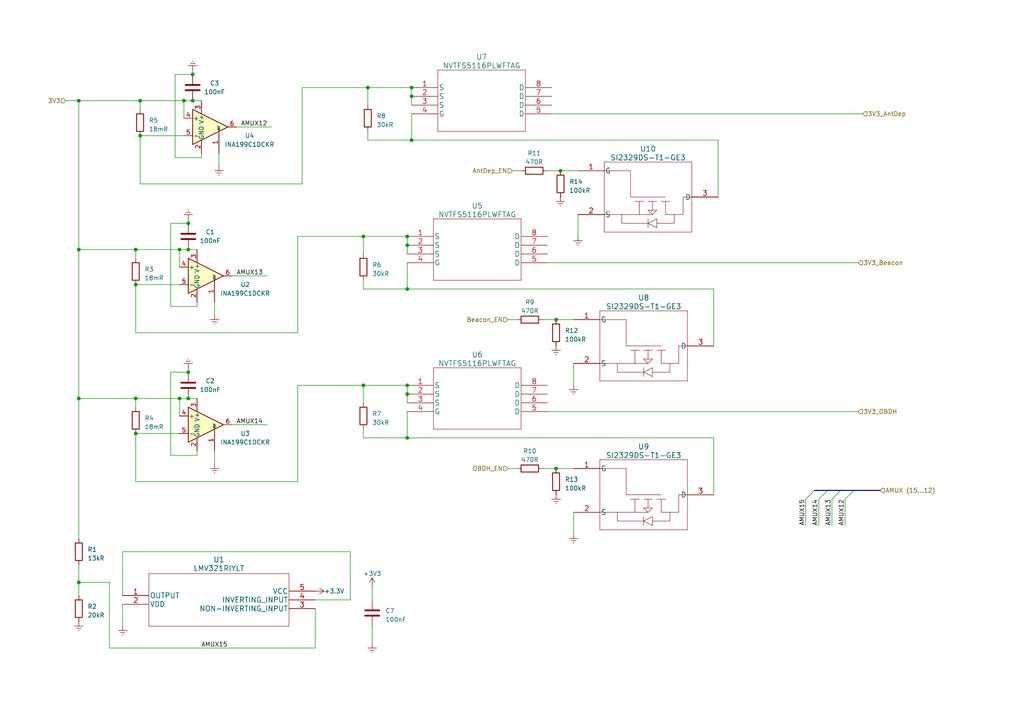
<source format=kicad_sch>
(kicad_sch (version 20230121) (generator eeschema)
  (paper "A4")
  (lib_symbols
    (symbol "Amplifier_Current:INA199xxDCK" (pin_names (offset 0.127))
      (property "Reference" "U" (at 3.81 3.81 0))
      (property "Value" "INA199xxDCK" (at 3.81 -2.54 0))
      (symbol "INA199xxDCK_0_1"
        (polyline (pts (xy 5.08 0) (xy -5.08 5.08) (xy -5.08 -5.08) (xy 5.08 0)) (stroke (width 0.254)) (fill (type background)))
      )
      (symbol "INA199xxDCK_1_1"
        (pin input line (at 2.54 -7.62 90) (length 6.35) (name "REF") (number "1"))
        (pin power_in line (at -2.54 -7.62 90) (length 3.81) (name "GND") (number "2"))
        (pin power_in line (at -2.54 7.62 270) (length 3.81) (name "V+") (number "3"))
        (pin input line (at -7.62 2.54 0) (length 2.54) (name "+") (number "4"))
        (pin input line (at -7.62 -2.54 0) (length 2.54) (name "-") (number "5"))
        (pin output line (at 7.62 0 180) (length 2.54) (name "~") (number "6"))
      )
    )
    (symbol "Device:C" (pin_numbers hide) (pin_names (offset 0.254))
      (property "Reference" "C" (at 0.635 2.54 0))
      (property "Value" "C" (at 0.635 -2.54 0))
      (symbol "C_0_1"
        (polyline (pts (xy -2.032 -0.762) (xy 2.032 -0.762)) (stroke (width 0.508)))
        (polyline (pts (xy -2.032 0.762) (xy 2.032 0.762)) (stroke (width 0.508)))
      )
      (symbol "C_1_1"
        (pin passive line (at 0 3.81 270) (length 2.794) (name "~") (number "1"))
        (pin passive line (at 0 -3.81 90) (length 2.794) (name "~") (number "2"))
      )
    )
    (symbol "Device:R" (pin_numbers hide) (pin_names (offset 0))
      (property "Reference" "R" (at 2.032 0 90))
      (property "Value" "R" (at 0 0 90))
      (symbol "R_0_1"
        (rectangle (start -1.016 -2.54) (end 1.016 2.54) (stroke (width 0.254)))
      )
      (symbol "R_1_1"
        (pin passive line (at 0 3.81 270) (length 1.27) (name "~") (number "1"))
        (pin passive line (at 0 -3.81 90) (length 1.27) (name "~") (number "2"))
      )
    )
    (symbol "LMV321RIYLT:LMV321RIYLT" (pin_names (offset 0.254))
      (property "Reference" "U1" (at 48.26 9.144 0))
      (property "Value" "LMV321RIYLT" (at 48.26 6.604 0))
      (symbol "LMV321RIYLT_1_1"
        (polyline (pts (xy 27.94 -10.16) (xy 68.58 -10.16)) (stroke (width 0.127)))
        (polyline (pts (xy 27.94 5.08) (xy 27.94 -10.16)) (stroke (width 0.127)))
        (polyline (pts (xy 68.58 -10.16) (xy 68.58 5.08)) (stroke (width 0.127)))
        (polyline (pts (xy 68.58 5.08) (xy 27.94 5.08)) (stroke (width 0.127)))
        (pin output line (at 20.32 -1.27 0) (length 7.62) (name "OUTPUT") (number "1"))
        (pin power_in line (at 20.32 -3.81 0) (length 7.62) (name "VDD") (number "2"))
        (pin input line (at 76.2 -5.08 180) (length 7.62) (name "NON-INVERTING_INPUT") (number "3"))
        (pin input line (at 76.2 -2.54 180) (length 7.62) (name "INVERTING_INPUT") (number "4"))
        (pin power_in line (at 76.2 0 180) (length 7.62) (name "VCC") (number "5"))
      )
    )
    (symbol "NVTFS5116PLWFTAG:NVTFS5116PLWFTAG" (pin_names (offset 0.254))
      (property "Reference" "U" (at 20.32 10.16 0))
      (property "Value" "NVTFS5116PLWFTAG" (at 20.32 7.62 0))
      (symbol "NVTFS5116PLWFTAG_1_1"
        (polyline (pts (xy 7.62 -12.7) (xy 33.02 -12.7)) (stroke (width 0.127)))
        (polyline (pts (xy 7.62 5.08) (xy 7.62 -12.7)) (stroke (width 0.127)))
        (polyline (pts (xy 33.02 -12.7) (xy 33.02 5.08)) (stroke (width 0.127)))
        (polyline (pts (xy 33.02 5.08) (xy 7.62 5.08)) (stroke (width 0.127)))
        (pin input line (at 0 0 0) (length 7.62) (name "S") (number "1"))
        (pin input line (at 0 -2.54 0) (length 7.62) (name "S") (number "2"))
        (pin input line (at 0 -5.08 0) (length 7.62) (name "S") (number "3"))
        (pin unspecified line (at 0 -7.62 0) (length 7.62) (name "G") (number "4"))
        (pin output line (at 40.64 -7.62 180) (length 7.62) (name "D") (number "5"))
        (pin output line (at 40.64 -5.08 180) (length 7.62) (name "D") (number "6"))
        (pin output line (at 40.64 -2.54 180) (length 7.62) (name "D") (number "7"))
        (pin output line (at 40.64 0 180) (length 7.62) (name "D") (number "8"))
      )
    )
    (symbol "SI2329DS-T1-GE3:SI2329DS-T1-GE3" (pin_names (offset 0.254))
      (property "Reference" "U" (at 20.32 7.62 0))
      (property "Value" "SI2329DS-T1-GE3" (at 20.32 5.08 0))
      (symbol "SI2329DS-T1-GE3_1_1"
        (polyline (pts (xy 7.62 -17.78) (xy 33.02 -17.78)) (stroke (width 0.127)))
        (polyline (pts (xy 7.62 0) (xy 15.24 0)) (stroke (width 0.127)))
        (polyline (pts (xy 7.62 2.54) (xy 7.62 -17.78)) (stroke (width 0.127)))
        (polyline (pts (xy 12.7 -15.24) (xy 20.32 -15.24)) (stroke (width 0.127)))
        (polyline (pts (xy 12.7 -12.7) (xy 12.7 -15.24)) (stroke (width 0.127)))
        (polyline (pts (xy 15.24 -7.62) (xy 25.4 -7.62)) (stroke (width 0.127)))
        (polyline (pts (xy 15.24 0) (xy 15.24 -7.62)) (stroke (width 0.127)))
        (polyline (pts (xy 17.78 -11.43) (xy 17.78 -12.7)) (stroke (width 0.127)))
        (polyline (pts (xy 17.78 -8.89) (xy 17.78 -11.43)) (stroke (width 0.127)))
        (polyline (pts (xy 19.05 -8.89) (xy 16.51 -8.89)) (stroke (width 0.127)))
        (polyline (pts (xy 20.32 -16.51) (xy 20.32 -13.97)) (stroke (width 0.127)))
        (polyline (pts (xy 20.32 -15.24) (xy 22.86 -13.97)) (stroke (width 0.127)))
        (polyline (pts (xy 20.32 -11.43) (xy 21.59 -12.7)) (stroke (width 0.127)))
        (polyline (pts (xy 20.32 -8.89) (xy 22.86 -8.89)) (stroke (width 0.127)))
        (polyline (pts (xy 21.59 -12.7) (xy 7.62 -12.7)) (stroke (width 0.127)))
        (polyline (pts (xy 21.59 -12.7) (xy 22.86 -11.43)) (stroke (width 0.127)))
        (polyline (pts (xy 21.59 -11.43) (xy 20.32 -11.43)) (stroke (width 0.127)))
        (polyline (pts (xy 21.59 -10.16) (xy 21.59 -11.43)) (stroke (width 0.127)))
        (polyline (pts (xy 21.59 -8.89) (xy 21.59 -10.16)) (stroke (width 0.127)))
        (polyline (pts (xy 22.86 -16.51) (xy 20.32 -15.24)) (stroke (width 0.127)))
        (polyline (pts (xy 22.86 -15.24) (xy 27.94 -15.24)) (stroke (width 0.127)))
        (polyline (pts (xy 22.86 -13.97) (xy 22.86 -16.51)) (stroke (width 0.127)))
        (polyline (pts (xy 22.86 -11.43) (xy 21.59 -11.43)) (stroke (width 0.127)))
        (polyline (pts (xy 25.4 -12.7) (xy 25.4 -10.16)) (stroke (width 0.127)))
        (polyline (pts (xy 25.4 -10.16) (xy 25.4 -8.89)) (stroke (width 0.127)))
        (polyline (pts (xy 25.4 -8.89) (xy 24.13 -8.89)) (stroke (width 0.127)))
        (polyline (pts (xy 25.4 -8.89) (xy 26.67 -8.89)) (stroke (width 0.127)))
        (polyline (pts (xy 27.94 -15.24) (xy 27.94 -12.7)) (stroke (width 0.127)))
        (polyline (pts (xy 30.48 -12.7) (xy 25.4 -12.7)) (stroke (width 0.127)))
        (polyline (pts (xy 30.48 -7.62) (xy 30.48 -12.7)) (stroke (width 0.127)))
        (polyline (pts (xy 33.02 -17.78) (xy 33.02 2.54)) (stroke (width 0.127)))
        (polyline (pts (xy 33.02 -7.62) (xy 30.48 -7.62)) (stroke (width 0.127)))
        (polyline (pts (xy 33.02 2.54) (xy 7.62 2.54)) (stroke (width 0.127)))
        (pin unspecified line (at 0 0 0) (length 7.62) (name "G") (number "1"))
        (pin unspecified line (at 0 -12.7 0) (length 7.62) (name "S") (number "2"))
        (pin unspecified line (at 40.64 -7.62 180) (length 7.62) (name "D") (number "3"))
      )
    )
    (symbol "power:+3.3V" (power) (pin_names (offset 0))
      (property "Value" "+3.3V" (at 0 3.556 0))
      (symbol "+3.3V_0_1"
        (polyline (pts (xy -0.762 1.27) (xy 0 2.54)))
        (polyline (pts (xy 0 0) (xy 0 2.54)))
        (polyline (pts (xy 0 2.54) (xy 0.762 1.27)))
      )
      (symbol "+3.3V_1_1"
        (pin power_in line (at 0 0 90) (length 0) hide (name "+3.3V") (number "1"))
      )
    )
    (symbol "power:+3V3" (power) (pin_names (offset 0))
      (property "Value" "+3V3" (at 0 3.556 0))
      (symbol "+3V3_0_1"
        (polyline (pts (xy -0.762 1.27) (xy 0 2.54)))
        (polyline (pts (xy 0 0) (xy 0 2.54)))
        (polyline (pts (xy 0 2.54) (xy 0.762 1.27)))
      )
      (symbol "+3V3_1_1"
        (pin power_in line (at 0 0 90) (length 0) hide (name "+3V3") (number "1"))
      )
    )
    (symbol "power:Earth" (power) (pin_names (offset 0))
      (symbol "Earth_0_1"
        (polyline (pts (xy -0.635 -1.905) (xy 0.635 -1.905)))
        (polyline (pts (xy -0.127 -2.54) (xy 0.127 -2.54)))
        (polyline (pts (xy 0 -1.27) (xy 0 0)))
        (polyline (pts (xy 1.27 -1.27) (xy -1.27 -1.27)))
      )
      (symbol "Earth_1_1"
        (pin power_in line (at 0 0 270) (length 0) hide (name "Earth") (number "1"))
      )
    )
  )
  (junction (at 54.61 72.39))
  (junction (at 39.37 72.39))
  (junction (at 118.11 83.82))
  (junction (at 105.41 68.58))
  (junction (at 40.64 39.37))
  (junction (at 106.68 25.4))
  (junction (at 54.61 107.95))
  (junction (at 22.86 115.57))
  (junction (at 53.34 29.21))
  (junction (at 55.88 21.59))
  (junction (at 118.11 127))
  (junction (at 162.56 49.53))
  (junction (at 52.07 115.57))
  (junction (at 119.38 40.64))
  (junction (at 40.64 29.21))
  (junction (at 39.37 115.57))
  (junction (at 118.11 71.12))
  (junction (at 161.29 92.71))
  (junction (at 52.07 72.39))
  (junction (at 22.86 72.39))
  (junction (at 39.37 125.73))
  (junction (at 118.11 111.76))
  (junction (at 54.61 115.57))
  (junction (at 118.11 114.3))
  (junction (at 22.86 29.21))
  (junction (at 22.86 168.91))
  (junction (at 105.41 111.76))
  (junction (at 161.29 135.89))
  (junction (at 55.88 29.21))
  (junction (at 118.11 68.58))
  (junction (at 119.38 27.94))
  (junction (at 119.38 25.4))
  (junction (at 54.61 64.77))
  (junction (at 39.37 82.55))
  (bus_entry (at 233.68 144.78) (size 2.54 -2.54))
  (bus_entry (at 237.49 144.78) (size 2.54 -2.54))
  (bus_entry (at 241.3 144.78) (size 2.54 -2.54))
  (bus_entry (at 245.11 144.78) (size 2.54 -2.54))
  (wire (pts (xy 157.48 135.89) (xy 161.29 135.89)))
  (wire (pts (xy 39.37 72.39) (xy 52.07 72.39)))
  (wire (pts (xy 167.64 62.23) (xy 167.64 68.58)))
  (wire (pts (xy 22.86 115.57) (xy 39.37 115.57)))
  (wire (pts (xy 57.15 130.81) (xy 57.15 132.08)))
  (wire (pts (xy 86.36 139.7) (xy 86.36 111.76)))
  (wire (pts (xy 50.8 21.59) (xy 50.8 45.72)))
  (wire (pts (xy 62.23 130.81) (xy 62.23 134.62)))
  (wire (pts (xy 208.28 57.15) (xy 208.28 40.64)))
  (wire (pts (xy 22.86 72.39) (xy 39.37 72.39)))
  (wire (pts (xy 57.15 132.08) (xy 49.53 132.08)))
  (wire (pts (xy 50.8 21.59) (xy 55.88 21.59)))
  (wire (pts (xy 106.68 38.1) (xy 106.68 40.64)))
  (wire (pts (xy 105.41 81.28) (xy 105.41 83.82)))
  (wire (pts (xy 40.64 39.37) (xy 53.34 39.37)))
  (wire (pts (xy 119.38 27.94) (xy 119.38 30.48)))
  (wire (pts (xy 87.63 25.4) (xy 106.68 25.4)))
  (wire (pts (xy 57.15 72.39) (xy 54.61 72.39)))
  (wire (pts (xy 162.56 49.53) (xy 167.64 49.53)))
  (wire (pts (xy 31.75 187.96) (xy 31.75 168.91)))
  (wire (pts (xy 58.42 45.72) (xy 50.8 45.72)))
  (wire (pts (xy 68.58 36.83) (xy 78.74 36.83)))
  (wire (pts (xy 63.5 44.45) (xy 63.5 48.26)))
  (wire (pts (xy 54.61 115.57) (xy 52.07 115.57)))
  (wire (pts (xy 54.61 72.39) (xy 52.07 72.39)))
  (wire (pts (xy 101.6 160.02) (xy 35.56 160.02)))
  (wire (pts (xy 91.44 187.96) (xy 91.44 176.53)))
  (wire (pts (xy 208.28 40.64) (xy 119.38 40.64)))
  (wire (pts (xy 118.11 68.58) (xy 118.11 71.12)))
  (wire (pts (xy 40.64 29.21) (xy 53.34 29.21)))
  (wire (pts (xy 87.63 53.34) (xy 87.63 25.4)))
  (wire (pts (xy 101.6 173.99) (xy 101.6 160.02)))
  (wire (pts (xy 91.44 173.99) (xy 101.6 173.99)))
  (wire (pts (xy 118.11 71.12) (xy 118.11 73.66)))
  (wire (pts (xy 151.13 49.53) (xy 148.59 49.53)))
  (wire (pts (xy 158.75 49.53) (xy 162.56 49.53)))
  (bus (pts (xy 243.84 142.24) (xy 247.65 142.24)))
  (wire (pts (xy 158.75 76.2) (xy 248.92 76.2)))
  (wire (pts (xy 52.07 115.57) (xy 52.07 120.65)))
  (wire (pts (xy 237.49 144.78) (xy 237.49 152.4)))
  (wire (pts (xy 207.01 143.51) (xy 207.01 127)))
  (wire (pts (xy 22.86 168.91) (xy 31.75 168.91)))
  (wire (pts (xy 58.42 44.45) (xy 58.42 45.72)))
  (wire (pts (xy 67.31 80.01) (xy 77.47 80.01)))
  (wire (pts (xy 67.31 123.19) (xy 77.47 123.19)))
  (wire (pts (xy 160.02 33.02) (xy 250.19 33.02)))
  (wire (pts (xy 149.86 92.71) (xy 147.32 92.71)))
  (wire (pts (xy 31.75 187.96) (xy 91.44 187.96)))
  (wire (pts (xy 86.36 68.58) (xy 105.41 68.58)))
  (bus (pts (xy 240.03 142.24) (xy 243.84 142.24)))
  (wire (pts (xy 52.07 72.39) (xy 52.07 77.47)))
  (wire (pts (xy 118.11 119.38) (xy 118.11 127)))
  (wire (pts (xy 119.38 33.02) (xy 119.38 40.64)))
  (wire (pts (xy 161.29 135.89) (xy 166.37 135.89)))
  (wire (pts (xy 49.53 107.95) (xy 49.53 132.08)))
  (wire (pts (xy 22.86 72.39) (xy 22.86 115.57)))
  (wire (pts (xy 118.11 111.76) (xy 118.11 114.3)))
  (wire (pts (xy 39.37 125.73) (xy 39.37 139.7)))
  (wire (pts (xy 39.37 118.11) (xy 39.37 115.57)))
  (wire (pts (xy 166.37 148.59) (xy 166.37 154.94)))
  (wire (pts (xy 105.41 68.58) (xy 105.41 73.66)))
  (wire (pts (xy 207.01 100.33) (xy 207.01 83.82)))
  (wire (pts (xy 58.42 29.21) (xy 55.88 29.21)))
  (wire (pts (xy 106.68 25.4) (xy 119.38 25.4)))
  (wire (pts (xy 57.15 87.63) (xy 57.15 88.9)))
  (wire (pts (xy 107.95 181.61) (xy 107.95 186.69)))
  (wire (pts (xy 22.86 163.83) (xy 22.86 168.91)))
  (wire (pts (xy 207.01 127) (xy 118.11 127)))
  (wire (pts (xy 57.15 115.57) (xy 54.61 115.57)))
  (wire (pts (xy 86.36 111.76) (xy 105.41 111.76)))
  (wire (pts (xy 39.37 139.7) (xy 86.36 139.7)))
  (wire (pts (xy 161.29 92.71) (xy 166.37 92.71)))
  (wire (pts (xy 119.38 40.64) (xy 106.68 40.64)))
  (wire (pts (xy 158.75 119.38) (xy 248.92 119.38)))
  (wire (pts (xy 107.95 170.18) (xy 107.95 173.99)))
  (wire (pts (xy 62.23 87.63) (xy 62.23 91.44)))
  (wire (pts (xy 233.68 144.78) (xy 233.68 152.4)))
  (wire (pts (xy 118.11 83.82) (xy 105.41 83.82)))
  (wire (pts (xy 57.15 88.9) (xy 49.53 88.9)))
  (wire (pts (xy 53.34 29.21) (xy 53.34 34.29)))
  (wire (pts (xy 22.86 29.21) (xy 19.05 29.21)))
  (wire (pts (xy 49.53 64.77) (xy 54.61 64.77)))
  (wire (pts (xy 118.11 114.3) (xy 118.11 116.84)))
  (wire (pts (xy 39.37 125.73) (xy 52.07 125.73)))
  (wire (pts (xy 105.41 68.58) (xy 118.11 68.58)))
  (wire (pts (xy 40.64 39.37) (xy 40.64 53.34)))
  (wire (pts (xy 39.37 96.52) (xy 86.36 96.52)))
  (wire (pts (xy 118.11 127) (xy 105.41 127)))
  (wire (pts (xy 119.38 25.4) (xy 119.38 27.94)))
  (wire (pts (xy 106.68 25.4) (xy 106.68 30.48)))
  (wire (pts (xy 22.86 168.91) (xy 22.86 172.72)))
  (wire (pts (xy 35.56 160.02) (xy 35.56 172.72)))
  (wire (pts (xy 55.88 29.21) (xy 53.34 29.21)))
  (wire (pts (xy 35.56 175.26) (xy 35.56 181.61)))
  (wire (pts (xy 40.64 31.75) (xy 40.64 29.21)))
  (wire (pts (xy 49.53 107.95) (xy 54.61 107.95)))
  (bus (pts (xy 247.65 142.24) (xy 255.27 142.24)))
  (wire (pts (xy 149.86 135.89) (xy 147.32 135.89)))
  (wire (pts (xy 39.37 115.57) (xy 52.07 115.57)))
  (wire (pts (xy 105.41 111.76) (xy 118.11 111.76)))
  (wire (pts (xy 22.86 29.21) (xy 40.64 29.21)))
  (wire (pts (xy 86.36 96.52) (xy 86.36 68.58)))
  (wire (pts (xy 22.86 29.21) (xy 22.86 72.39)))
  (wire (pts (xy 207.01 83.82) (xy 118.11 83.82)))
  (wire (pts (xy 55.88 20.32) (xy 55.88 21.59)))
  (wire (pts (xy 166.37 105.41) (xy 166.37 111.76)))
  (wire (pts (xy 105.41 111.76) (xy 105.41 116.84)))
  (wire (pts (xy 105.41 124.46) (xy 105.41 127)))
  (wire (pts (xy 40.64 53.34) (xy 87.63 53.34)))
  (wire (pts (xy 54.61 106.68) (xy 54.61 107.95)))
  (wire (pts (xy 241.3 144.78) (xy 241.3 152.4)))
  (wire (pts (xy 118.11 76.2) (xy 118.11 83.82)))
  (wire (pts (xy 54.61 63.5) (xy 54.61 64.77)))
  (bus (pts (xy 236.22 142.24) (xy 240.03 142.24)))
  (wire (pts (xy 245.11 144.78) (xy 245.11 152.4)))
  (wire (pts (xy 157.48 92.71) (xy 161.29 92.71)))
  (wire (pts (xy 22.86 115.57) (xy 22.86 156.21)))
  (wire (pts (xy 39.37 82.55) (xy 39.37 96.52)))
  (wire (pts (xy 49.53 64.77) (xy 49.53 88.9)))
  (wire (pts (xy 39.37 82.55) (xy 52.07 82.55)))
  (wire (pts (xy 39.37 74.93) (xy 39.37 72.39)))
  (label "AMUX14" (at 237.49 144.78 270))
  (label "AMUX15" (at 233.68 144.78 270))
  (label "AMUX12" (at 69.85 36.83 0))
  (label "AMUX12" (at 245.11 144.78 270))
  (label "AMUX13" (at 241.3 144.78 270))
  (label "AMUX13" (at 68.58 80.01 0))
  (label "AMUX15" (at 66.04 187.96 180))
  (label "AMUX14" (at 68.58 123.19 0))
  (hierarchical_label "3V3_Beacon" (shape input) (at 248.92 76.2 0))
  (hierarchical_label "3V3" (shape input) (at 19.05 29.21 180))
  (hierarchical_label "OBDH_EN" (shape input) (at 147.32 135.89 180))
  (hierarchical_label "3V3_OBDH" (shape input) (at 248.92 119.38 0))
  (hierarchical_label "AntDep_EN" (shape input) (at 148.59 49.53 180))
  (hierarchical_label "Beacon_EN" (shape input) (at 147.32 92.71 180))
  (hierarchical_label "AMUX (15...12)" (shape input) (at 255.27 142.24 0))
  (hierarchical_label "3V3_AntDep" (shape input) (at 250.19 33.02 0))
  (symbol (lib_id "Amplifier_Current:INA199xxDCK") (at 59.69 80.01 0) (unit 1)
    (property "Reference" "U2" (at 71.12 82.55 0))
    (property "Value" "INA199C1DCKR" (at 71.12 85.09 0))
    (property "Footprint" "Package_TO_SOT_SMD:SOT-363_SC-70-6" (effects hide))
    (property "Datasheet" "http://www.ti.com/lit/ds/symlink/ina199.pdf" (effects hide))
    (instances (project "EPS Analógico 2.0" (path "" (reference "U2") (unit 1)) (path "" (reference "U14") (unit 1))) (project "EPS Analogico" (path "" (reference "U1") (unit 1))))
  )
  (symbol (lib_id "Device:R") (at 161.29 139.7 0) (unit 1)
    (property "Reference" "R13" (at 163.83 139.065 0) (effects (justify left)))
    (property "Value" "100kR" (at 163.83 141.605 0) (effects (justify left)))
    (instances (project "EPS Analógico 2.0" (path "" (reference "R13") (unit 1))) (project "EPS Analogico" (path "" (reference "R12") (unit 1))))
  )
  (symbol (lib_id "Device:R") (at 40.64 35.56 180) (unit 1)
    (property "Reference" "R5" (at 43.18 34.925 0) (effects (justify right)))
    (property "Value" "18mR" (at 43.18 37.465 0) (effects (justify right)))
    (instances (project "EPS Analógico 2.0" (path "" (reference "R5") (unit 1))) (project "EPS Analogico" (path "" (reference "R1") (unit 1))))
  )
  (symbol (lib_id "Device:R") (at 22.86 176.53 180) (unit 1)
    (property "Reference" "R2" (at 25.4 175.895 0) (effects (justify right)))
    (property "Value" "20kR" (at 25.4 178.435 0) (effects (justify right)))
    (instances (project "EPS Analógico 2.0" (path "" (reference "R2") (unit 1))) (project "EPS Analogico" (path "" (reference "R14") (unit 1))))
  )
  (symbol (lib_id "power:Earth") (at 167.64 68.58 0) (unit 1)
    (property "Reference" "#PWR015" (effects hide))
    (property "Value" "Earth" (effects hide))
    (instances (project "EPS Analógico 2.0" (path "" (reference "#PWR015") (unit 1))) (project "EPS Analogico" (path "" (reference "#PWR03") (unit 1))))
  )
  (symbol (lib_id "Device:R") (at 161.29 96.52 0) (unit 1)
    (property "Reference" "R12" (at 163.83 95.885 0) (effects (justify left)))
    (property "Value" "100kR" (at 163.83 98.425 0) (effects (justify left)))
    (instances (project "EPS Analógico 2.0" (path "" (reference "R12") (unit 1))) (project "EPS Analogico" (path "" (reference "R8") (unit 1))))
  )
  (symbol (lib_id "Device:C") (at 54.61 68.58 0) (unit 1)
    (property "Reference" "C1" (at 60.96 67.31 0))
    (property "Value" "100nF" (at 60.96 69.85 0))
    (instances (project "EPS Analógico 2.0" (path "" (reference "C1") (unit 1)) (path "" (reference "C6") (unit 1))) (project "EPS Analogico" (path "" (reference "C1") (unit 1))))
  )
  (symbol (lib_id "power:Earth") (at 166.37 111.76 0) (unit 1)
    (property "Reference" "#PWR013" (effects hide))
    (property "Value" "Earth" (effects hide))
    (instances (project "EPS Analógico 2.0" (path "" (reference "#PWR013") (unit 1))) (project "EPS Analogico" (path "" (reference "#PWR08") (unit 1))))
  )
  (symbol (lib_id "NVTFS5116PLWFTAG:NVTFS5116PLWFTAG") (at 119.38 25.4 0) (unit 1)
    (property "Reference" "U7" (at 139.7 16.51 0) (effects (font (size 1.524 1.524))))
    (property "Value" "NVTFS5116PLWFTAG" (at 139.7 19.05 0) (effects (font (size 1.524 1.524))))
    (property "Footprint" "WDFN8_3P30X3P30_ONS" (effects hide))
    (instances (project "EPS Analógico 2.0" (path "" (reference "U7") (unit 1))) (project "EPS Analogico" (path "" (reference "U2") (unit 1))))
  )
  (symbol (lib_id "Device:R") (at 153.67 135.89 90) (unit 1)
    (property "Reference" "R10" (at 153.67 130.81 90))
    (property "Value" "470R" (at 153.67 133.35 90))
    (instances (project "EPS Analógico 2.0" (path "" (reference "R10") (unit 1))) (project "EPS Analogico" (path "" (reference "R11") (unit 1))))
  )
  (symbol (lib_id "power:Earth") (at 107.95 186.69 0) (unit 1)
    (property "Reference" "#PWR032" (effects hide))
    (property "Value" "Earth" (effects hide))
    (instances (project "EPS Analógico 2.0" (path "" (reference "#PWR032") (unit 1))) (project "EPS Analogico" (path "" (reference "#PWR016") (unit 1))))
  )
  (symbol (lib_id "Amplifier_Current:INA199xxDCK") (at 60.96 36.83 0) (unit 1)
    (property "Reference" "U4" (at 72.39 39.37 0))
    (property "Value" "INA199C1DCKR" (at 72.39 41.91 0))
    (property "Footprint" "Package_TO_SOT_SMD:SOT-363_SC-70-6" (effects hide))
    (property "Datasheet" "http://www.ti.com/lit/ds/symlink/ina199.pdf" (effects hide))
    (instances (project "EPS Analógico 2.0" (path "" (reference "U4") (unit 1)) (path "" (reference "U14") (unit 1))) (project "EPS Analogico" (path "" (reference "U1") (unit 1))))
  )
  (symbol (lib_id "power:Earth") (at 22.86 180.34 0) (unit 1)
    (property "Reference" "#PWR01" (effects hide))
    (property "Value" "Earth" (effects hide))
    (instances (project "EPS Analógico 2.0" (path "" (reference "#PWR01") (unit 1))) (project "EPS Analogico" (path "" (reference "#PWR013") (unit 1))))
  )
  (symbol (lib_id "SI2329DS-T1-GE3:SI2329DS-T1-GE3") (at 166.37 92.71 0) (unit 1)
    (property "Reference" "U8" (at 186.69 86.36 0) (effects (font (size 1.524 1.524))))
    (property "Value" "SI2329DS-T1-GE3" (at 186.69 88.9 0) (effects (font (size 1.524 1.524))))
    (property "Footprint" "SOT_DS-T1-GE3_VIS" (effects hide))
    (instances (project "EPS Analógico 2.0" (path "" (reference "U8") (unit 1))) (project "EPS Analogico" (path "" (reference "U6") (unit 1))))
  )
  (symbol (lib_id "Device:R") (at 105.41 120.65 0) (unit 1)
    (property "Reference" "R7" (at 107.95 120.015 0) (effects (justify left)))
    (property "Value" "30kR" (at 107.95 122.555 0) (effects (justify left)))
    (instances (project "EPS Analógico 2.0" (path "" (reference "R7") (unit 1))) (project "EPS Analogico" (path "" (reference "R10") (unit 1))))
  )
  (symbol (lib_id "Device:R") (at 39.37 78.74 180) (unit 1)
    (property "Reference" "R3" (at 41.91 78.105 0) (effects (justify right)))
    (property "Value" "18mR" (at 41.91 80.645 0) (effects (justify right)))
    (instances (project "EPS Analógico 2.0" (path "" (reference "R3") (unit 1))) (project "EPS Analogico" (path "" (reference "R5") (unit 1))))
  )
  (symbol (lib_id "power:Earth") (at 161.29 143.51 0) (unit 1)
    (property "Reference" "#PWR011" (effects hide))
    (property "Value" "Earth" (effects hide))
  )
  (symbol (lib_id "NVTFS5116PLWFTAG:NVTFS5116PLWFTAG") (at 118.11 68.58 0) (unit 1)
    (property "Reference" "U5" (at 138.43 59.69 0) (effects (font (size 1.524 1.524))))
    (property "Value" "NVTFS5116PLWFTAG" (at 138.43 62.23 0) (effects (font (size 1.524 1.524))))
    (property "Footprint" "WDFN8_3P30X3P30_ONS" (effects hide))
  )
  (symbol (lib_id "Device:R") (at 39.37 121.92 180) (unit 1)
    (property "Reference" "R4" (at 41.91 121.285 0) (effects (justify right)))
    (property "Value" "18mR" (at 41.91 123.825 0) (effects (justify right)))
    (instances (project "EPS Analógico 2.0" (path "" (reference "R4") (unit 1))) (project "EPS Analogico" (path "" (reference "R9") (unit 1))))
  )
  (symbol (lib_id "Device:R") (at 105.41 77.47 0) (unit 1)
    (property "Reference" "R6" (at 107.95 76.835 0) (effects (justify left)))
    (property "Value" "30kR" (at 107.95 79.375 0) (effects (justify left)))
  )
  (symbol (lib_id "power:Earth") (at 162.56 57.15 0) (unit 1)
    (property "Reference" "#PWR012" (effects hide))
    (property "Value" "Earth" (effects hide))
    (instances (project "EPS Analógico 2.0" (path "" (reference "#PWR012") (unit 1))) (project "EPS Analogico" (path "" (reference "#PWR04") (unit 1))))
  )
  (symbol (lib_id "Device:R") (at 154.94 49.53 90) (unit 1)
    (property "Reference" "R11" (at 154.94 44.45 90))
    (property "Value" "470R" (at 154.94 46.99 90))
    (instances (project "EPS Analógico 2.0" (path "" (reference "R11") (unit 1))) (project "EPS Analogico" (path "" (reference "R4") (unit 1))))
  )
  (symbol (lib_id "Device:C") (at 54.61 111.76 0) (unit 1)
    (property "Reference" "C2" (at 60.96 110.49 0))
    (property "Value" "100nF" (at 60.96 113.03 0))
    (instances (project "EPS Analógico 2.0" (path "" (reference "C2") (unit 1)) (path "" (reference "C6") (unit 1))) (project "EPS Analogico" (path "" (reference "C1") (unit 1))))
  )
  (symbol (lib_id "power:Earth") (at 166.37 154.94 0) (unit 1)
    (property "Reference" "#PWR014" (effects hide))
    (property "Value" "Earth" (effects hide))
    (instances (project "EPS Analógico 2.0" (path "" (reference "#PWR014") (unit 1))) (project "EPS Analogico" (path "" (reference "#PWR012") (unit 1))))
  )
  (symbol (lib_id "Device:C") (at 55.88 25.4 0) (unit 1)
    (property "Reference" "C3" (at 62.23 24.13 0))
    (property "Value" "100nF" (at 62.23 26.67 0))
    (instances (project "EPS Analógico 2.0" (path "" (reference "C3") (unit 1)) (path "" (reference "C6") (unit 1))) (project "EPS Analogico" (path "" (reference "C1") (unit 1))))
  )
  (symbol (lib_id "power:+3V3") (at 107.95 170.18 0) (unit 1)
    (property "Reference" "#PWR031" (effects hide))
    (property "Value" "+3V3" (at 107.95 166.37 0))
  )
  (symbol (lib_id "power:Earth") (at 54.61 106.68 180) (unit 1)
    (property "Reference" "#PWR04" (effects hide))
    (property "Value" "Earth" (effects hide))
    (instances (project "EPS Analógico 2.0" (path "" (reference "#PWR04") (unit 1)) (path "" (reference "#PWR020") (unit 1))) (project "EPS Analogico" (path "" (reference "#PWR02") (unit 1))))
  )
  (symbol (lib_id "Device:R") (at 162.56 53.34 0) (unit 1)
    (property "Reference" "R14" (at 165.1 52.705 0) (effects (justify left)))
    (property "Value" "100kR" (at 165.1 55.245 0) (effects (justify left)))
    (instances (project "EPS Analógico 2.0" (path "" (reference "R14") (unit 1))) (project "EPS Analogico" (path "" (reference "R3") (unit 1))))
  )
  (symbol (lib_id "Amplifier_Current:INA199xxDCK") (at 59.69 123.19 0) (unit 1)
    (property "Reference" "U3" (at 71.12 125.73 0))
    (property "Value" "INA199C1DCKR" (at 71.12 128.27 0))
    (property "Footprint" "Package_TO_SOT_SMD:SOT-363_SC-70-6" (effects hide))
    (property "Datasheet" "http://www.ti.com/lit/ds/symlink/ina199.pdf" (effects hide))
    (instances (project "EPS Analógico 2.0" (path "" (reference "U3") (unit 1)) (path "" (reference "U14") (unit 1))) (project "EPS Analogico" (path "" (reference "U1") (unit 1))))
  )
  (symbol (lib_id "Device:C") (at 107.95 177.8 0) (unit 1)
    (property "Reference" "C7" (at 111.76 177.165 0) (effects (justify left)))
    (property "Value" "100nF" (at 111.76 179.705 0) (effects (justify left)))
  )
  (symbol (lib_id "SI2329DS-T1-GE3:SI2329DS-T1-GE3") (at 166.37 135.89 0) (unit 1)
    (property "Reference" "U9" (at 186.69 129.54 0) (effects (font (size 1.524 1.524))))
    (property "Value" "SI2329DS-T1-GE3" (at 186.69 132.08 0) (effects (font (size 1.524 1.524))))
    (property "Footprint" "SOT_DS-T1-GE3_VIS" (effects hide))
  )
  (symbol (lib_id "power:Earth") (at 62.23 134.62 0) (unit 1)
    (property "Reference" "#PWR049" (effects hide))
    (property "Value" "Earth" (effects hide))
    (instances (project "EPS Analógico 2.0" (path "" (reference "#PWR049") (unit 1)) (path "" (reference "#PWR043") (unit 1))) (project "EPS Analogico" (path "" (reference "#PWR01") (unit 1))))
  )
  (symbol (lib_id "power:Earth") (at 62.23 91.44 0) (unit 1)
    (property "Reference" "#PWR048" (effects hide))
    (property "Value" "Earth" (effects hide))
    (instances (project "EPS Analógico 2.0" (path "" (reference "#PWR048") (unit 1)) (path "" (reference "#PWR043") (unit 1))) (project "EPS Analogico" (path "" (reference "#PWR01") (unit 1))))
  )
  (symbol (lib_id "SI2329DS-T1-GE3:SI2329DS-T1-GE3") (at 167.64 49.53 0) (unit 1)
    (property "Reference" "U10" (at 187.96 43.18 0) (effects (font (size 1.524 1.524))))
    (property "Value" "SI2329DS-T1-GE3" (at 187.96 45.72 0) (effects (font (size 1.524 1.524))))
    (property "Footprint" "SOT_DS-T1-GE3_VIS" (effects hide))
    (instances (project "EPS Analógico 2.0" (path "" (reference "U10") (unit 1))) (project "EPS Analogico" (path "" (reference "U3") (unit 1))))
  )
  (symbol (lib_id "power:Earth") (at 55.88 20.32 180) (unit 1)
    (property "Reference" "#PWR05" (effects hide))
    (property "Value" "Earth" (effects hide))
    (instances (project "EPS Analógico 2.0" (path "" (reference "#PWR05") (unit 1)) (path "" (reference "#PWR020") (unit 1))) (project "EPS Analogico" (path "" (reference "#PWR02") (unit 1))))
  )
  (symbol (lib_id "power:Earth") (at 63.5 48.26 0) (unit 1)
    (property "Reference" "#PWR047" (effects hide))
    (property "Value" "Earth" (effects hide))
    (instances (project "EPS Analógico 2.0" (path "" (reference "#PWR047") (unit 1)) (path "" (reference "#PWR043") (unit 1))) (project "EPS Analogico" (path "" (reference "#PWR01") (unit 1))))
  )
  (symbol (lib_id "LMV321RIYLT:LMV321RIYLT") (at 15.24 171.45 0) (unit 1)
    (property "Reference" "U1" (at 63.5 162.306 0) (effects (font (size 1.524 1.524))))
    (property "Value" "LMV321RIYLT" (at 63.5 164.846 0) (effects (font (size 1.524 1.524))))
    (property "Footprint" "SOT23-5_STM" (effects hide))
    (instances (project "EPS Analógico 2.0" (path "" (reference "U1") (unit 1))) (project "EPS Analogico" (path "" (reference "U10") (unit 1))))
  )
  (symbol (lib_id "Device:R") (at 22.86 160.02 180) (unit 1)
    (property "Reference" "R1" (at 25.4 159.385 0) (effects (justify right)))
    (property "Value" "13kR" (at 25.4 161.925 0) (effects (justify right)))
    (instances (project "EPS Analógico 2.0" (path "" (reference "R1") (unit 1))) (project "EPS Analogico" (path "" (reference "R13") (unit 1))))
  )
  (symbol (lib_id "power:Earth") (at 35.56 181.61 0) (unit 1)
    (property "Reference" "#PWR02" (effects hide))
    (property "Value" "Earth" (effects hide))
    (instances (project "EPS Analógico 2.0" (path "" (reference "#PWR02") (unit 1))) (project "EPS Analogico" (path "" (reference "#PWR016") (unit 1))))
  )
  (symbol (lib_id "Device:R") (at 153.67 92.71 90) (unit 1)
    (property "Reference" "R9" (at 153.67 87.63 90))
    (property "Value" "470R" (at 153.67 90.17 90))
    (instances (project "EPS Analógico 2.0" (path "" (reference "R9") (unit 1))) (project "EPS Analogico" (path "" (reference "R7") (unit 1))))
  )
  (symbol (lib_id "Device:R") (at 106.68 34.29 0) (unit 1)
    (property "Reference" "R8" (at 109.22 33.655 0) (effects (justify left)))
    (property "Value" "30kR" (at 109.22 36.195 0) (effects (justify left)))
    (instances (project "EPS Analógico 2.0" (path "" (reference "R8") (unit 1))) (project "EPS Analogico" (path "" (reference "R2") (unit 1))))
  )
  (symbol (lib_id "power:Earth") (at 54.61 63.5 180) (unit 1)
    (property "Reference" "#PWR03" (effects hide))
    (property "Value" "Earth" (effects hide))
    (instances (project "EPS Analógico 2.0" (path "" (reference "#PWR03") (unit 1)) (path "" (reference "#PWR020") (unit 1))) (project "EPS Analogico" (path "" (reference "#PWR02") (unit 1))))
  )
  (symbol (lib_id "power:Earth") (at 161.29 100.33 0) (unit 1)
    (property "Reference" "#PWR010" (effects hide))
    (property "Value" "Earth" (effects hide))
    (instances (project "EPS Analógico 2.0" (path "" (reference "#PWR010") (unit 1))) (project "EPS Analogico" (path "" (reference "#PWR07") (unit 1))))
  )
  (symbol (lib_id "NVTFS5116PLWFTAG:NVTFS5116PLWFTAG") (at 118.11 111.76 0) (unit 1)
    (property "Reference" "U6" (at 138.43 102.87 0) (effects (font (size 1.524 1.524))))
    (property "Value" "NVTFS5116PLWFTAG" (at 138.43 105.41 0) (effects (font (size 1.524 1.524))))
    (property "Footprint" "WDFN8_3P30X3P30_ONS" (effects hide))
    (instances (project "EPS Analógico 2.0" (path "" (reference "U6") (unit 1))) (project "EPS Analogico" (path "" (reference "U8") (unit 1))))
  )
  (symbol (lib_id "power:+3.3V") (at 91.44 171.45 270) (unit 1)
    (property "Reference" "#PWR09" (effects hide))
    (property "Value" "+3.3V" (at 93.98 171.45 90) (effects (justify left)))
    (instances (project "EPS Analógico 2.0" (path "" (reference "#PWR09") (unit 1))) (project "EPS Analogico" (path "" (reference "#PWR015") (unit 1))))
  )
)
</source>
